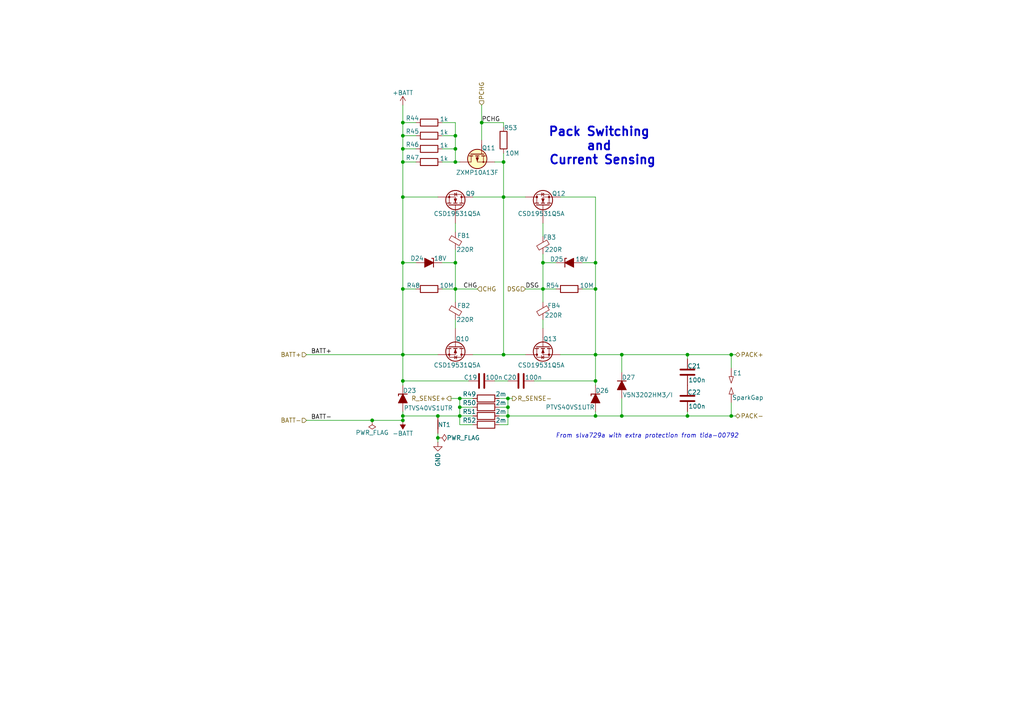
<source format=kicad_sch>
(kicad_sch (version 20250114) (generator "eeschema") (generator_version "9.0")
  (paper "A4")
  (lib_symbols
    (symbol "Device:C" (pin_numbers (hide yes)) (pin_names (offset 0.254))
      (property "Reference" "C" (at 0.635 2.54 0))
      (property "Value" "C" (at 0.635 -2.54 0))
      (symbol "C_0_1"
        (polyline (pts (xy -2.032 0.762) (xy 2.032 0.762)) (stroke (width 0.508)))
        (polyline (pts (xy -2.032 -0.762) (xy 2.032 -0.762)) (stroke (width 0.508)))
      )
      (symbol "C_1_1"
        (pin passive line (at 0 3.81 270) (length 2.794) (name "~") (number "1"))
        (pin passive line (at 0 -3.81 90) (length 2.794) (name "~") (number "2"))
      )
    )
    (symbol "Device:D_Filled" (pin_numbers (hide yes)) (pin_names (offset 1.016) (hide yes))
      (property "Reference" "D" (at 0 2.54 0))
      (property "Value" "D_Filled" (at 0 -2.54 0))
      (symbol "D_Filled_0_1"
        (polyline (pts (xy -1.27 1.27) (xy -1.27 -1.27)) (stroke (width 0.254)))
        (polyline (pts (xy 1.27 1.27) (xy 1.27 -1.27) (xy -1.27 0) (xy 1.27 1.27)) (stroke (width 0.254)) (fill (type outline)))
        (polyline (pts (xy 1.27 0) (xy -1.27 0)))
      )
      (symbol "D_Filled_1_1"
        (pin passive line (at -3.81 0 0) (length 2.54) (name "K") (number "1"))
        (pin passive line (at 3.81 0 180) (length 2.54) (name "A") (number "2"))
      )
    )
    (symbol "Device:D_Zener_Filled" (pin_numbers (hide yes)) (pin_names (offset 1.016) (hide yes))
      (property "Reference" "D" (at 0 2.54 0))
      (property "Value" "D_Zener_Filled" (at 0 -2.54 0))
      (symbol "D_Zener_Filled_0_1"
        (polyline (pts (xy -1.27 -1.27) (xy -1.27 1.27) (xy -0.762 1.27)) (stroke (width 0.254)))
        (polyline (pts (xy 1.27 0) (xy -1.27 0)))
        (polyline (pts (xy 1.27 -1.27) (xy 1.27 1.27) (xy -1.27 0) (xy 1.27 -1.27)) (stroke (width 0.254)) (fill (type outline)))
      )
      (symbol "D_Zener_Filled_1_1"
        (pin passive line (at -3.81 0 0) (length 2.54) (name "K") (number "1"))
        (pin passive line (at 3.81 0 180) (length 2.54) (name "A") (number "2"))
      )
    )
    (symbol "Device:FerriteBead_Small" (pin_numbers (hide yes)) (pin_names (offset 0))
      (property "Reference" "FB" (at 1.905 1.27 0))
      (property "Value" "FerriteBead_Small" (at 1.905 -1.27 0))
      (symbol "FerriteBead_Small_0_1"
        (polyline (pts (xy -1.8288 0.2794) (xy -1.1176 1.4986) (xy 1.8288 -0.2032) (xy 1.1176 -1.4224) (xy -1.8288 0.2794)))
        (polyline (pts (xy 0 0.889) (xy 0 1.2954)))
        (polyline (pts (xy 0 -1.27) (xy 0 -0.7874)))
      )
      (symbol "FerriteBead_Small_1_1"
        (pin passive line (at 0 2.54 270) (length 1.27) (name "~") (number "1"))
        (pin passive line (at 0 -2.54 90) (length 1.27) (name "~") (number "2"))
      )
    )
    (symbol "Device:NetTie_2" (pin_numbers (hide yes)) (pin_names (offset 0) (hide yes)) (in_bom no)
      (property "Reference" "NT" (at 0 1.27 0))
      (property "Value" "NetTie_2" (at 0 -1.27 0))
      (symbol "NetTie_2_0_1"
        (polyline (pts (xy -1.27 0) (xy 1.27 0)) (stroke (width 0.254)))
      )
      (symbol "NetTie_2_1_1"
        (pin passive line (at -2.54 0 0) (length 2.54) (name "1") (number "1"))
        (pin passive line (at 2.54 0 180) (length 2.54) (name "2") (number "2"))
      )
    )
    (symbol "Device:R" (pin_numbers (hide yes)) (pin_names (offset 0))
      (property "Reference" "R" (at 2.032 0 90))
      (property "Value" "R" (at 0 0 90))
      (symbol "R_0_1"
        (rectangle (start -1.016 -2.54) (end 1.016 2.54) (stroke (width 0.254)))
      )
      (symbol "R_1_1"
        (pin passive line (at 0 3.81 270) (length 1.27) (name "~") (number "1"))
        (pin passive line (at 0 -3.81 90) (length 1.27) (name "~") (number "2"))
      )
    )
    (symbol "Device:SparkGap" (pin_numbers (hide yes)) (pin_names (offset 0))
      (property "Reference" "E" (at 0 2.032 0))
      (property "Value" "SparkGap" (at 0 -1.905 0))
      (symbol "SparkGap_0_1"
        (polyline (pts (xy -2.54 0.635) (xy -2.54 -0.635) (xy -0.635 0) (xy -2.54 0.635)))
        (polyline (pts (xy 2.54 0.635) (xy 2.54 -0.635) (xy 0.635 0) (xy 2.54 0.635)))
      )
      (symbol "SparkGap_1_1"
        (pin passive line (at -5.08 0 0) (length 2.54) (name "~") (number "1"))
        (pin passive line (at 5.08 0 180) (length 2.54) (name "~") (number "2"))
      )
    )
    (symbol "PCM_4ms_Power-symbol:PWR_FLAG" (power) (pin_numbers (hide yes)) (pin_names (offset 0) (hide yes))
      (property "Value" "PWR_FLAG" (at 0 3.81 0))
      (symbol "PWR_FLAG_0_0"
        (pin power_out line (at 0 0 90) (length 0) (name "pwr") (number "1"))
      )
      (symbol "PWR_FLAG_0_1"
        (polyline (pts (xy 0 0) (xy 0 1.27) (xy -1.016 1.905) (xy 0 2.54) (xy 1.016 1.905) (xy 0 1.27)))
      )
    )
    (symbol "PCM_Diode_TVS_AKL:PTVS40VS1UTR" (pin_numbers (hide yes)) (pin_names (offset 1.016) (hide yes))
      (property "Reference" "D" (at 0 5.08 0))
      (property "Value" "PTVS40VS1UTR" (at 0 2.54 0))
      (symbol "PTVS40VS1UTR_0_1"
        (polyline (pts (xy -1.27 1.27) (xy -1.27 -1.27) (xy 1.27 0) (xy -1.27 1.27)) (stroke (width 0.254)) (fill (type outline)))
        (polyline (pts (xy -1.27 0) (xy 1.27 0)))
        (polyline (pts (xy 1.27 1.27) (xy 0.762 1.27)) (stroke (width 0.254)))
        (polyline (pts (xy 1.27 -1.27) (xy 1.27 1.27)) (stroke (width 0.254)))
      )
      (symbol "PTVS40VS1UTR_0_2"
        (polyline (pts (xy -2.54 -2.54) (xy 2.54 2.54)))
        (polyline (pts (xy -0.889 -0.889) (xy -1.778 0) (xy 0.889 0.889) (xy 0 -1.778) (xy -0.889 -0.889)) (stroke (width 0.254)) (fill (type outline)))
        (polyline (pts (xy 0 1.778) (xy -0.381 1.397)) (stroke (width 0.254)))
        (polyline (pts (xy 0 1.778) (xy 1.778 0)) (stroke (width 0.254)))
      )
      (symbol "PTVS40VS1UTR_1_1"
        (pin passive line (at -3.81 0 0) (length 2.54) (name "A") (number "2"))
        (pin passive line (at 3.81 0 180) (length 2.54) (name "K") (number "1"))
      )
      (symbol "PTVS40VS1UTR_1_2"
        (pin passive line (at -2.54 -2.54 0) (length 0) (name "A") (number "2"))
        (pin passive line (at 2.54 2.54 180) (length 0) (name "K") (number "1"))
      )
    )
    (symbol "Transistor_FET:CSD19531Q5A" (pin_numbers (hide yes)) (pin_names (hide yes))
      (property "Reference" "Q" (at 5.08 1.905 0))
      (property "Value" "CSD19531Q5A" (at 5.08 0 0))
      (symbol "CSD19531Q5A_0_1"
        (polyline (pts (xy 0.254 1.905) (xy 0.254 -1.905)) (stroke (width 0.254)))
        (polyline (pts (xy 0.254 0) (xy -2.54 0)))
        (polyline (pts (xy 0.762 2.286) (xy 0.762 1.27)) (stroke (width 0.254)))
        (polyline (pts (xy 0.762 0.508) (xy 0.762 -0.508)) (stroke (width 0.254)))
        (polyline (pts (xy 0.762 -1.27) (xy 0.762 -2.286)) (stroke (width 0.254)))
        (polyline (pts (xy 0.762 -1.778) (xy 3.302 -1.778) (xy 3.302 1.778) (xy 0.762 1.778)))
        (polyline (pts (xy 1.016 0) (xy 2.032 0.381) (xy 2.032 -0.381) (xy 1.016 0)) (fill (type outline)))
        (circle (center 1.651 0) (radius 2.794) (stroke (width 0.254)))
        (polyline (pts (xy 2.54 2.54) (xy 2.54 1.778)))
        (circle (center 2.54 1.778) (radius 0.254) (fill (type outline)))
        (circle (center 2.54 -1.778) (radius 0.254) (fill (type outline)))
        (polyline (pts (xy 2.54 -2.54) (xy 2.54 0) (xy 0.762 0)))
        (polyline (pts (xy 2.794 0.508) (xy 2.921 0.381) (xy 3.683 0.381) (xy 3.81 0.254)))
        (polyline (pts (xy 3.302 0.381) (xy 2.921 -0.254) (xy 3.683 -0.254) (xy 3.302 0.381)))
      )
      (symbol "CSD19531Q5A_1_1"
        (pin passive line (at -5.08 0 0) (length 2.54) (name "G") (number "4"))
        (pin passive line (at 2.54 5.08 270) (length 2.54) (name "D") (number "5"))
        (pin passive line (at 2.54 -5.08 90) (length 2.54) (name "S") (number "1"))
        (pin passive line (at 2.54 -5.08 90) (length 2.54) (hide yes) (name "S") (number "2"))
        (pin passive line (at 2.54 -5.08 90) (length 2.54) (hide yes) (name "S") (number "3"))
      )
    )
    (symbol "ZXMP10A13F_2" (pin_numbers (hide yes)) (pin_names (hide yes))
      (property "Reference" "Q" (at 5.08 1.27 0))
      (property "Value" "ZXMP10A13F" (at 5.08 -1.27 0))
      (symbol "ZXMP10A13F_2_0_1"
        (polyline (pts (xy 0.254 1.27) (xy -2.54 1.27)))
        (polyline (pts (xy 0.254 -1.905) (xy 0.254 1.905)) (stroke (width 0.254)))
        (polyline (pts (xy 0.762 1.778) (xy 2.54 1.778)))
        (polyline (pts (xy 0.762 1.27) (xy 0.762 2.286)) (stroke (width 0.254)))
        (polyline (pts (xy 0.762 -0.508) (xy 0.762 0.508)) (stroke (width 0.254)))
        (polyline (pts (xy 0.762 -1.778) (xy 2.54 -1.778)))
        (polyline (pts (xy 0.762 -2.286) (xy 0.762 -1.27)) (stroke (width 0.254)))
        (polyline (pts (xy 2.286 0) (xy 1.27 -0.381) (xy 1.27 0.381) (xy 2.286 0)) (fill (type outline)))
        (polyline (pts (xy 2.54 2.54) (xy 2.54 0) (xy 0.762 0)))
        (polyline (pts (xy 2.54 -2.54) (xy 2.54 -1.778)))
      )
      (symbol "ZXMP10A13F_2_1_1"
        (circle (center 1.651 0) (radius 2.794) (stroke (width 0.254)) (fill (type background)))
        (circle (center 2.54 1.778) (radius 0.1778) (fill (type outline)))
        (pin input line (at -3.81 1.27 0) (length 2.54) (name "G") (number "1"))
        (pin passive line (at 2.54 5.08 270) (length 2.54) (name "S") (number "2"))
        (pin passive line (at 2.54 -5.08 90) (length 2.54) (name "D") (number "3"))
      )
    )
    (symbol "power:+BATT" (power) (pin_numbers (hide yes)) (pin_names (offset 0) (hide yes))
      (property "Value" "+BATT" (at 0 3.556 0))
      (symbol "+BATT_0_1"
        (polyline (pts (xy -0.762 1.27) (xy 0 2.54)))
        (polyline (pts (xy 0 2.54) (xy 0.762 1.27)))
        (polyline (pts (xy 0 0) (xy 0 2.54)))
      )
      (symbol "+BATT_1_1"
        (pin power_in line (at 0 0 90) (length 0) (name "~") (number "1"))
      )
    )
    (symbol "power:-BATT" (power) (pin_numbers (hide yes)) (pin_names (offset 0) (hide yes))
      (property "Value" "-BATT" (at 0 3.556 0))
      (symbol "-BATT_0_1"
        (polyline (pts (xy 0 0) (xy 0 2.54)))
        (polyline (pts (xy 0.762 1.27) (xy -0.762 1.27) (xy 0 2.54) (xy 0.762 1.27)) (fill (type outline)))
      )
      (symbol "-BATT_1_1"
        (pin power_in line (at 0 0 90) (length 0) (name "~") (number "1"))
      )
    )
    (symbol "power:GND" (power) (pin_numbers (hide yes)) (pin_names (offset 0) (hide yes))
      (property "Value" "GND" (at 0 -3.81 0))
      (symbol "GND_0_1"
        (polyline (pts (xy 0 0) (xy 0 -1.27) (xy 1.27 -1.27) (xy 0 -2.54) (xy -1.27 -1.27) (xy 0 -1.27)))
      )
      (symbol "GND_1_1"
        (pin power_in line (at 0 0 270) (length 0) (name "~") (number "1"))
      )
    )
  )
  (text "Pack Switching \nand \nCurrent Sensing" (at 174.752 42.418 0) (effects (font (size 2.54 2.54) (thickness 0.508) (bold yes))))
  (text "From slva729a with extra protection from tida-00792" (at 187.706 126.492 0) (effects (font (size 1.27 1.27) (italic yes))))
  (junction (at 132.08 43.18))
  (junction (at 172.72 110.49))
  (junction (at 147.32 115.57))
  (junction (at 133.35 118.11))
  (junction (at 133.35 115.57))
  (junction (at 172.72 120.65))
  (junction (at 212.09 120.65))
  (junction (at 147.32 118.11))
  (junction (at 116.84 35.56))
  (junction (at 146.05 102.87))
  (junction (at 212.09 102.87))
  (junction (at 116.84 121.92))
  (junction (at 116.84 120.65))
  (junction (at 116.84 57.15))
  (junction (at 157.48 76.2))
  (junction (at 116.84 76.2))
  (junction (at 132.08 83.82))
  (junction (at 107.95 121.92))
  (junction (at 172.72 76.2))
  (junction (at 116.84 39.37))
  (junction (at 139.7 35.56))
  (junction (at 116.84 46.99))
  (junction (at 132.08 76.2))
  (junction (at 147.32 120.65))
  (junction (at 127 120.65))
  (junction (at 116.84 43.18))
  (junction (at 180.34 102.87))
  (junction (at 172.72 102.87))
  (junction (at 146.05 57.15))
  (junction (at 157.48 83.82))
  (junction (at 180.34 120.65))
  (junction (at 199.39 120.65))
  (junction (at 116.84 110.49))
  (junction (at 146.05 46.99))
  (junction (at 132.08 39.37))
  (junction (at 116.84 83.82))
  (junction (at 199.39 102.87))
  (junction (at 116.84 102.87))
  (junction (at 172.72 83.82))
  (junction (at 132.08 46.99))
  (junction (at 127 127))
  (junction (at 133.35 120.65))
  (wire (pts (xy 146.05 102.87) (xy 152.4 102.87)))
  (wire (pts (xy 132.08 92.71) (xy 132.08 95.25)))
  (wire (pts (xy 132.08 35.56) (xy 132.08 39.37)))
  (wire (pts (xy 139.7 35.56) (xy 139.7 40.64)))
  (wire (pts (xy 144.78 120.65) (xy 147.32 120.65)))
  (wire (pts (xy 116.84 39.37) (xy 120.65 39.37)))
  (wire (pts (xy 157.48 64.77) (xy 157.48 68.58)))
  (wire (pts (xy 132.08 39.37) (xy 132.08 43.18)))
  (wire (pts (xy 116.84 35.56) (xy 120.65 35.56)))
  (wire (pts (xy 212.09 116.84) (xy 212.09 120.65)))
  (wire (pts (xy 172.72 120.65) (xy 180.34 120.65)))
  (wire (pts (xy 157.48 83.82) (xy 157.48 87.63)))
  (wire (pts (xy 146.05 46.99) (xy 146.05 57.15)))
  (wire (pts (xy 133.35 115.57) (xy 137.16 115.57)))
  (wire (pts (xy 128.27 46.99) (xy 132.08 46.99)))
  (wire (pts (xy 116.84 30.48) (xy 116.84 35.56)))
  (wire (pts (xy 133.35 120.65) (xy 133.35 123.19)))
  (wire (pts (xy 199.39 120.65) (xy 212.09 120.65)))
  (wire (pts (xy 172.72 102.87) (xy 180.34 102.87)))
  (wire (pts (xy 212.09 106.68) (xy 212.09 102.87)))
  (wire (pts (xy 132.08 72.39) (xy 132.08 76.2)))
  (wire (pts (xy 146.05 46.99) (xy 143.51 46.99)))
  (wire (pts (xy 137.16 118.11) (xy 133.35 118.11)))
  (wire (pts (xy 172.72 111.76) (xy 172.72 110.49)))
  (wire (pts (xy 137.16 57.15) (xy 146.05 57.15)))
  (wire (pts (xy 116.84 76.2) (xy 116.84 83.82)))
  (wire (pts (xy 116.84 83.82) (xy 120.65 83.82)))
  (wire (pts (xy 157.48 76.2) (xy 161.29 76.2)))
  (wire (pts (xy 168.91 83.82) (xy 172.72 83.82)))
  (wire (pts (xy 147.32 115.57) (xy 147.32 118.11)))
  (wire (pts (xy 180.34 102.87) (xy 199.39 102.87)))
  (wire (pts (xy 154.94 110.49) (xy 172.72 110.49)))
  (wire (pts (xy 127 127) (xy 127 125.73)))
  (wire (pts (xy 199.39 104.14) (xy 199.39 102.87)))
  (wire (pts (xy 116.84 110.49) (xy 116.84 111.76)))
  (wire (pts (xy 116.84 43.18) (xy 116.84 46.99)))
  (wire (pts (xy 132.08 64.77) (xy 132.08 67.31)))
  (wire (pts (xy 132.08 46.99) (xy 133.35 46.99)))
  (wire (pts (xy 180.34 120.65) (xy 199.39 120.65)))
  (wire (pts (xy 139.7 35.56) (xy 146.05 35.56)))
  (wire (pts (xy 128.27 83.82) (xy 132.08 83.82)))
  (wire (pts (xy 130.81 115.57) (xy 133.35 115.57)))
  (wire (pts (xy 180.34 115.57) (xy 180.34 120.65)))
  (wire (pts (xy 88.9 102.87) (xy 116.84 102.87)))
  (wire (pts (xy 157.48 73.66) (xy 157.48 76.2)))
  (wire (pts (xy 128.27 35.56) (xy 132.08 35.56)))
  (wire (pts (xy 116.84 57.15) (xy 127 57.15)))
  (wire (pts (xy 133.35 115.57) (xy 133.35 118.11)))
  (wire (pts (xy 107.95 121.92) (xy 116.84 121.92)))
  (wire (pts (xy 146.05 102.87) (xy 146.05 57.15)))
  (wire (pts (xy 143.51 110.49) (xy 147.32 110.49)))
  (wire (pts (xy 157.48 76.2) (xy 157.48 83.82)))
  (wire (pts (xy 132.08 83.82) (xy 138.43 83.82)))
  (wire (pts (xy 116.84 35.56) (xy 116.84 39.37)))
  (wire (pts (xy 127 128.27) (xy 127 127)))
  (wire (pts (xy 116.84 57.15) (xy 116.84 76.2)))
  (wire (pts (xy 116.84 102.87) (xy 127 102.87)))
  (wire (pts (xy 116.84 83.82) (xy 116.84 102.87)))
  (wire (pts (xy 172.72 110.49) (xy 172.72 102.87)))
  (wire (pts (xy 199.39 120.65) (xy 199.39 119.38)))
  (wire (pts (xy 128.27 76.2) (xy 132.08 76.2)))
  (wire (pts (xy 127 120.65) (xy 133.35 120.65)))
  (wire (pts (xy 172.72 120.65) (xy 172.72 119.38)))
  (wire (pts (xy 128.27 39.37) (xy 132.08 39.37)))
  (wire (pts (xy 116.84 120.65) (xy 127 120.65)))
  (wire (pts (xy 180.34 102.87) (xy 180.34 107.95)))
  (wire (pts (xy 146.05 57.15) (xy 152.4 57.15)))
  (wire (pts (xy 144.78 118.11) (xy 147.32 118.11)))
  (wire (pts (xy 152.4 83.82) (xy 157.48 83.82)))
  (wire (pts (xy 116.84 39.37) (xy 116.84 43.18)))
  (wire (pts (xy 213.36 120.65) (xy 212.09 120.65)))
  (wire (pts (xy 144.78 115.57) (xy 147.32 115.57)))
  (wire (pts (xy 172.72 57.15) (xy 162.56 57.15)))
  (wire (pts (xy 132.08 76.2) (xy 132.08 83.82)))
  (wire (pts (xy 116.84 102.87) (xy 116.84 110.49)))
  (wire (pts (xy 147.32 120.65) (xy 147.32 123.19)))
  (wire (pts (xy 199.39 102.87) (xy 212.09 102.87)))
  (wire (pts (xy 116.84 46.99) (xy 120.65 46.99)))
  (wire (pts (xy 116.84 120.65) (xy 116.84 119.38)))
  (wire (pts (xy 172.72 83.82) (xy 172.72 76.2)))
  (wire (pts (xy 213.36 102.87) (xy 212.09 102.87)))
  (wire (pts (xy 146.05 35.56) (xy 146.05 36.83)))
  (wire (pts (xy 133.35 120.65) (xy 137.16 120.65)))
  (wire (pts (xy 133.35 118.11) (xy 133.35 120.65)))
  (wire (pts (xy 139.7 30.48) (xy 139.7 35.56)))
  (wire (pts (xy 172.72 83.82) (xy 172.72 102.87)))
  (wire (pts (xy 168.91 76.2) (xy 172.72 76.2)))
  (wire (pts (xy 132.08 83.82) (xy 132.08 87.63)))
  (wire (pts (xy 116.84 46.99) (xy 116.84 57.15)))
  (wire (pts (xy 161.29 83.82) (xy 157.48 83.82)))
  (wire (pts (xy 116.84 43.18) (xy 120.65 43.18)))
  (wire (pts (xy 147.32 115.57) (xy 148.59 115.57)))
  (wire (pts (xy 157.48 92.71) (xy 157.48 95.25)))
  (wire (pts (xy 135.89 110.49) (xy 116.84 110.49)))
  (wire (pts (xy 137.16 102.87) (xy 146.05 102.87)))
  (wire (pts (xy 162.56 102.87) (xy 172.72 102.87)))
  (wire (pts (xy 133.35 123.19) (xy 137.16 123.19)))
  (wire (pts (xy 147.32 123.19) (xy 144.78 123.19)))
  (wire (pts (xy 147.32 120.65) (xy 172.72 120.65)))
  (wire (pts (xy 172.72 76.2) (xy 172.72 57.15)))
  (wire (pts (xy 116.84 120.65) (xy 116.84 121.92)))
  (wire (pts (xy 128.27 43.18) (xy 132.08 43.18)))
  (wire (pts (xy 146.05 44.45) (xy 146.05 46.99)))
  (wire (pts (xy 88.9 121.92) (xy 107.95 121.92)))
  (wire (pts (xy 116.84 76.2) (xy 120.65 76.2)))
  (wire (pts (xy 147.32 118.11) (xy 147.32 120.65)))
  (wire (pts (xy 132.08 43.18) (xy 132.08 46.99)))
  (label "PCHG" (at 139.7 35.56 0))
  (label "BATT-" (at 90.17 121.92 0) (effects (font (thickness 0.1588))))
  (label "CHG" (at 138.43 83.82 180))
  (label "DSG" (at 152.4 83.82 0))
  (label "BATT+" (at 90.17 102.87 0) (effects (font (thickness 0.1588))))
  (hierarchical_label "PACK+" (shape bidirectional) (at 213.36 102.87 0))
  (hierarchical_label "R_SENSE+" (shape output) (at 130.81 115.57 180))
  (hierarchical_label "CHG" (shape input) (at 138.43 83.82 0))
  (hierarchical_label "R_SENSE-" (shape output) (at 148.59 115.57 0))
  (hierarchical_label "BATT+" (shape input) (at 88.9 102.87 180))
  (hierarchical_label "BATT-" (shape input) (at 88.9 121.92 180))
  (hierarchical_label "PACK-" (shape bidirectional) (at 213.36 120.65 0))
  (hierarchical_label "PCHG" (shape input) (at 139.7 30.48 90))
  (hierarchical_label "DSG" (shape input) (at 152.4 83.82 180))
  (symbol (lib_id "Device:R") (at 140.97 115.57 90) (unit 1)
    (property "Reference" "R49" (at 136.144 114.3 90))
    (property "Value" "2m" (at 145.288 114.3 90))
    (property "Description" "Resistor" (effects (hide yes)))
  )
  (symbol (lib_id "Transistor_FET:CSD19531Q5A") (at 157.48 100.33 90) (mirror x) (unit 1)
    (property "Reference" "Q13" (at 159.512 98.298 90))
    (property "Value" "CSD19531Q5A" (at 156.972 105.918 90))
    (property "Footprint" "Package_TO_SOT_SMD:TDSON-8-1" (effects (hide yes)))
    (property "Datasheet" "http://www.ti.com/lit/gpn/csd19531q5a" (effects (hide yes)))
    (property "Description" "100A Id, 100V Vds, NexFET N-Channel Power MOSFET, 6.4mOhm Ron, 37nC Qg(typ), SON8 5x6mm" (effects (hide yes)))
  )
  (symbol (lib_id "Device:D_Filled") (at 180.34 111.76 270) (unit 1)
    (property "Reference" "D27" (at 180.34 109.474 90) (effects (justify left)))
    (property "Value" "V5N3202HM3/I" (at 180.594 114.554 90) (effects (justify left)))
    (property "Description" "Diode, filled shape" (effects (hide yes)))
    (property "Sim.Device" "D" (effects (hide yes)))
    (property "Sim.Pins" "1=K 2=A" (effects (hide yes)))
  )
  (symbol (lib_id "Device:R") (at 124.46 83.82 270) (unit 1)
    (property "Reference" "R48" (at 119.888 82.804 90))
    (property "Value" "10M" (at 129.54 82.804 90))
    (property "Description" "Resistor" (effects (hide yes)))
  )
  (symbol (lib_id "Device:R") (at 140.97 120.65 90) (unit 1)
    (property "Reference" "R51" (at 136.144 119.38 90))
    (property "Value" "2m" (at 145.288 119.38 90))
    (property "Description" "Resistor" (effects (hide yes)))
  )
  (symbol (lib_id "Device:R") (at 124.46 39.37 90) (unit 1)
    (property "Reference" "R45" (at 119.634 38.1 90))
    (property "Value" "1k" (at 128.778 38.354 90))
    (property "Description" "Resistor" (effects (hide yes)))
  )
  (symbol (lib_id "Device:C") (at 199.39 115.57 0) (mirror x) (unit 1)
    (property "Reference" "C22" (at 199.39 113.792 0) (effects (justify left)))
    (property "Value" "100n" (at 199.644 117.856 0) (effects (justify left)))
    (property "Description" "Unpolarized capacitor" (effects (hide yes)))
  )
  (symbol (lib_name "ZXMP10A13F_2") (lib_id "PCM_Transistor_MOSFET_AKL:ZXMP10A13F") (at 138.43 44.45 270) (unit 1)
    (property "Reference" "Q11" (at 141.732 42.926 90))
    (property "Value" "ZXMP10A13F" (at 138.43 50.038 90))
    (property "Footprint" "PCM_Package_TO_SOT_SMD_AKL:SOT-23" (effects (hide yes)))
    (property "Datasheet" "https://www.tme.eu/Document/71caec234188a0900f7c4ed77bf796be/ZXMP10A13F.pdf" (effects (hide yes)))
    (property "Description" "SOT-23 P-MOSFET enchancement mode transistor, 100V, 0.7A, 625mW, Alternate KiCAD Library" (effects (hide yes)))
  )
  (symbol (lib_id "PCM_Diode_TVS_AKL:PTVS40VS1UTR") (at 116.84 115.57 90) (unit 1)
    (property "Reference" "D23" (at 116.84 113.284 90) (effects (justify right)))
    (property "Value" "PTVS40VS1UTR" (at 117.094 118.364 90) (effects (justify right)))
    (property "Footprint" "PCM_Diode_SMD_AKL:D_SOD-123F" (effects (hide yes)))
    (property "Datasheet" "https://www.tme.eu/Document/2e8aaef06c6b99cbe490b416bc53c8a0/PTVSXS1UTR_SER.pdf" (effects (hide yes)))
    (property "Description" "SOD-123F Unidirectional TVS diode, 40V, 400W, Alternate KiCAD Library" (effects (hide yes)))
  )
  (symbol (lib_id "Transistor_FET:CSD19531Q5A") (at 132.08 59.69 270) (mirror x) (unit 1)
    (property "Reference" "Q9" (at 136.398 56.134 90))
    (property "Value" "CSD19531Q5A" (at 132.588 61.976 90))
    (property "Footprint" "Package_TO_SOT_SMD:TDSON-8-1" (effects (hide yes)))
    (property "Datasheet" "http://www.ti.com/lit/gpn/csd19531q5a" (effects (hide yes)))
    (property "Description" "100A Id, 100V Vds, NexFET N-Channel Power MOSFET, 6.4mOhm Ron, 37nC Qg(typ), SON8 5x6mm" (effects (hide yes)))
  )
  (symbol (lib_id "power:GND") (at 127 128.27 0) (unit 1)
    (property "Reference" "#PWR09" (effects (hide yes)))
    (property "Value" "GND" (at 127 133.35 90))
    (property "Description" "Power symbol creates a global label with name \"GND\" , ground" (effects (hide yes)))
  )
  (symbol (lib_id "Device:R") (at 124.46 46.99 90) (unit 1)
    (property "Reference" "R47" (at 119.634 45.72 90))
    (property "Value" "1k" (at 128.778 45.974 90))
    (property "Description" "Resistor" (effects (hide yes)))
  )
  (symbol (lib_id "Device:R") (at 140.97 123.19 90) (unit 1)
    (property "Reference" "R52" (at 136.144 121.92 90))
    (property "Value" "2m" (at 145.288 121.92 90))
    (property "Description" "Resistor" (effects (hide yes)))
  )
  (symbol (lib_id "Device:D_Zener_Filled") (at 165.1 76.2 0) (unit 1)
    (property "Reference" "D25" (at 159.512 75.184 0) (effects (justify left)))
    (property "Value" "18V" (at 166.878 75.184 0) (effects (justify left)))
    (property "Description" "Zener diode, filled shape" (effects (hide yes)))
  )
  (symbol (lib_id "Device:R") (at 124.46 35.56 90) (unit 1)
    (property "Reference" "R44" (at 119.634 34.29 90))
    (property "Value" "1k" (at 128.778 34.544 90))
    (property "Description" "Resistor" (effects (hide yes)))
  )
  (symbol (lib_id "Device:C") (at 151.13 110.49 90) (unit 1)
    (property "Reference" "C20" (at 149.86 109.474 90) (effects (justify left)))
    (property "Value" "100n" (at 157.226 109.474 90) (effects (justify left)))
    (property "Description" "Unpolarized capacitor" (effects (hide yes)))
  )
  (symbol (lib_id "Device:FerriteBead_Small") (at 157.48 71.12 0) (mirror y) (unit 1)
    (property "Reference" "FB3" (at 161.29 68.834 0) (effects (justify left)))
    (property "Value" "220R" (at 163.068 72.39 0) (effects (justify left)))
    (property "Description" "Ferrite bead, small symbol" (effects (hide yes)))
  )
  (symbol (lib_id "Device:R") (at 140.97 118.11 90) (unit 1)
    (property "Reference" "R50" (at 136.144 116.84 90))
    (property "Value" "2m" (at 145.288 116.84 90))
    (property "Description" "Resistor" (effects (hide yes)))
  )
  (symbol (lib_id "PCM_Diode_TVS_AKL:PTVS40VS1UTR") (at 172.72 115.57 90) (unit 1)
    (property "Reference" "D26" (at 172.72 113.284 90) (effects (justify right)))
    (property "Value" "PTVS40VS1UTR" (at 158.242 118.11 90) (effects (justify right)))
    (property "Footprint" "PCM_Diode_SMD_AKL:D_SOD-123F" (effects (hide yes)))
    (property "Datasheet" "https://www.tme.eu/Document/2e8aaef06c6b99cbe490b416bc53c8a0/PTVSXS1UTR_SER.pdf" (effects (hide yes)))
    (property "Description" "SOD-123F Unidirectional TVS diode, 40V, 400W, Alternate KiCAD Library" (effects (hide yes)))
  )
  (symbol (lib_id "Device:FerriteBead_Small") (at 157.48 90.17 0) (mirror y) (unit 1)
    (property "Reference" "FB4" (at 162.56 88.646 0) (effects (justify left)))
    (property "Value" "220R" (at 163.068 91.44 0) (effects (justify left)))
    (property "Description" "Ferrite bead, small symbol" (effects (hide yes)))
  )
  (symbol (lib_id "Transistor_FET:CSD19531Q5A") (at 132.08 100.33 270) (unit 1)
    (property "Reference" "Q10" (at 134.112 98.298 90))
    (property "Value" "CSD19531Q5A" (at 132.588 105.918 90))
    (property "Footprint" "Package_TO_SOT_SMD:TDSON-8-1" (effects (hide yes)))
    (property "Datasheet" "http://www.ti.com/lit/gpn/csd19531q5a" (effects (hide yes)))
    (property "Description" "100A Id, 100V Vds, NexFET N-Channel Power MOSFET, 6.4mOhm Ron, 37nC Qg(typ), SON8 5x6mm" (effects (hide yes)))
  )
  (symbol (lib_id "Device:FerriteBead_Small") (at 132.08 90.17 0) (unit 1)
    (property "Reference" "FB2" (at 132.588 88.646 0) (effects (justify left)))
    (property "Value" "220R" (at 132.334 92.71 0) (effects (justify left)))
    (property "Description" "Ferrite bead, small symbol" (effects (hide yes)))
  )
  (symbol (lib_id "power:-BATT") (at 116.84 121.92 180) (unit 1)
    (property "Reference" "#PWR08" (effects (hide yes)))
    (property "Value" "-BATT" (at 116.84 125.73 0))
    (property "Description" "Power symbol creates a global label with name \"-BATT\"" (effects (hide yes)))
  )
  (symbol (lib_id "Device:C") (at 139.7 110.49 90) (unit 1)
    (property "Reference" "C19" (at 138.43 109.474 90) (effects (justify left)))
    (property "Value" "100n" (at 145.796 109.474 90) (effects (justify left)))
    (property "Description" "Unpolarized capacitor" (effects (hide yes)))
  )
  (symbol (lib_id "PCM_4ms_Power-symbol:PWR_FLAG") (at 127 127 270) (unit 1)
    (property "Reference" "#FLG03" (effects (hide yes)))
    (property "Value" "PWR_FLAG" (at 129.54 127 90) (effects (justify left)))
  )
  (symbol (lib_id "PCM_4ms_Power-symbol:PWR_FLAG") (at 107.95 121.92 180) (unit 1)
    (property "Reference" "#FLG02" (effects (hide yes)))
    (property "Value" "PWR_FLAG" (at 112.776 125.476 0) (effects (justify left)))
  )
  (symbol (lib_id "Device:R") (at 124.46 43.18 90) (unit 1)
    (property "Reference" "R46" (at 119.634 41.91 90))
    (property "Value" "1k" (at 128.778 42.164 90))
    (property "Description" "Resistor" (effects (hide yes)))
  )
  (symbol (lib_id "Device:R") (at 146.05 40.64 0) (mirror y) (unit 1)
    (property "Reference" "R53" (at 148.082 37.084 0))
    (property "Value" "10M" (at 148.59 44.45 0))
    (property "Description" "Resistor" (effects (hide yes)))
  )
  (symbol (lib_id "Device:NetTie_2") (at 127 123.19 90) (unit 1) (in_bom no)
    (property "Reference" "NT1" (at 127 123.19 90) (effects (justify right)))
    (property "Value" "NetTie_2" (effects (hide yes)))
    (property "Description" "Net tie, 2 pins" (effects (hide yes)))
  )
  (symbol (lib_id "Device:C") (at 199.39 107.95 0) (mirror x) (unit 1)
    (property "Reference" "C21" (at 199.39 106.172 0) (effects (justify left)))
    (property "Value" "100n" (at 199.644 110.236 0) (effects (justify left)))
    (property "Description" "Unpolarized capacitor" (effects (hide yes)))
  )
  (symbol (lib_id "Device:D_Zener_Filled") (at 124.46 76.2 0) (mirror y) (unit 1)
    (property "Reference" "D24" (at 122.936 74.93 0) (effects (justify left)))
    (property "Value" "18V" (at 129.54 74.93 0) (effects (justify left)))
    (property "Description" "Zener diode, filled shape" (effects (hide yes)))
  )
  (symbol (lib_id "Transistor_FET:CSD19531Q5A") (at 157.48 59.69 90) (unit 1)
    (property "Reference" "Q12" (at 162.052 56.134 90))
    (property "Value" "CSD19531Q5A" (at 156.972 61.976 90))
    (property "Footprint" "Package_TO_SOT_SMD:TDSON-8-1" (effects (hide yes)))
    (property "Datasheet" "http://www.ti.com/lit/gpn/csd19531q5a" (effects (hide yes)))
    (property "Description" "100A Id, 100V Vds, NexFET N-Channel Power MOSFET, 6.4mOhm Ron, 37nC Qg(typ), SON8 5x6mm" (effects (hide yes)))
  )
  (symbol (lib_id "Device:SparkGap") (at 212.09 111.76 90) (unit 1)
    (property "Reference" "E1" (at 212.598 108.204 90) (effects (justify right)))
    (property "Value" "SparkGap" (at 212.344 115.316 90) (effects (justify right)))
    (property "Description" "Spark gap" (effects (hide yes)))
  )
  (symbol (lib_id "Device:R") (at 165.1 83.82 90) (mirror x) (unit 1)
    (property "Reference" "R54" (at 160.274 82.804 90))
    (property "Value" "10M" (at 170.18 82.804 90))
    (property "Description" "Resistor" (effects (hide yes)))
  )
  (symbol (lib_id "power:+BATT") (at 116.84 30.48 0) (unit 1)
    (property "Reference" "#PWR07" (effects (hide yes)))
    (property "Value" "+BATT" (at 116.84 26.924 0))
    (property "Description" "Power symbol creates a global label with name \"+BATT\"" (effects (hide yes)))
  )
  (symbol (lib_id "Device:FerriteBead_Small") (at 132.08 69.85 0) (unit 1)
    (property "Reference" "FB1" (at 132.588 68.326 0) (effects (justify left)))
    (property "Value" "220R" (at 132.334 72.39 0) (effects (justify left)))
    (property "Description" "Ferrite bead, small symbol" (effects (hide yes)))
  )
)
</source>
